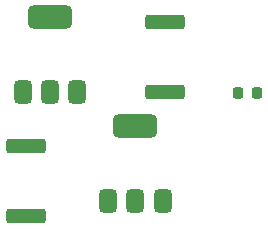
<source format=gbr>
%TF.GenerationSoftware,KiCad,Pcbnew,9.0.4*%
%TF.CreationDate,2025-10-16T00:09:43-05:00*%
%TF.ProjectId,new project,6e657720-7072-46f6-9a65-63742e6b6963,rev?*%
%TF.SameCoordinates,Original*%
%TF.FileFunction,Paste,Top*%
%TF.FilePolarity,Positive*%
%FSLAX46Y46*%
G04 Gerber Fmt 4.6, Leading zero omitted, Abs format (unit mm)*
G04 Created by KiCad (PCBNEW 9.0.4) date 2025-10-16 00:09:43*
%MOMM*%
%LPD*%
G01*
G04 APERTURE LIST*
G04 Aperture macros list*
%AMRoundRect*
0 Rectangle with rounded corners*
0 $1 Rounding radius*
0 $2 $3 $4 $5 $6 $7 $8 $9 X,Y pos of 4 corners*
0 Add a 4 corners polygon primitive as box body*
4,1,4,$2,$3,$4,$5,$6,$7,$8,$9,$2,$3,0*
0 Add four circle primitives for the rounded corners*
1,1,$1+$1,$2,$3*
1,1,$1+$1,$4,$5*
1,1,$1+$1,$6,$7*
1,1,$1+$1,$8,$9*
0 Add four rect primitives between the rounded corners*
20,1,$1+$1,$2,$3,$4,$5,0*
20,1,$1+$1,$4,$5,$6,$7,0*
20,1,$1+$1,$6,$7,$8,$9,0*
20,1,$1+$1,$8,$9,$2,$3,0*%
G04 Aperture macros list end*
%ADD10RoundRect,0.250000X-1.425000X0.362500X-1.425000X-0.362500X1.425000X-0.362500X1.425000X0.362500X0*%
%ADD11RoundRect,0.375000X0.375000X-0.625000X0.375000X0.625000X-0.375000X0.625000X-0.375000X-0.625000X0*%
%ADD12RoundRect,0.500000X1.400000X-0.500000X1.400000X0.500000X-1.400000X0.500000X-1.400000X-0.500000X0*%
%ADD13RoundRect,0.225000X-0.225000X-0.250000X0.225000X-0.250000X0.225000X0.250000X-0.225000X0.250000X0*%
G04 APERTURE END LIST*
D10*
%TO.C,R1*%
X129000000Y-80537500D03*
X129000000Y-86462500D03*
%TD*%
%TO.C,R2*%
X117250000Y-91037500D03*
X117250000Y-96962500D03*
%TD*%
D11*
%TO.C,Q1*%
X116950000Y-86400000D03*
X119250000Y-86400000D03*
D12*
X119250000Y-80100000D03*
D11*
X121550000Y-86400000D03*
%TD*%
%TO.C,Q2*%
X124200000Y-95650000D03*
X126500000Y-95650000D03*
D12*
X126500000Y-89350000D03*
D11*
X128800000Y-95650000D03*
%TD*%
D13*
%TO.C,C1*%
X135225000Y-86500000D03*
X136775000Y-86500000D03*
%TD*%
M02*

</source>
